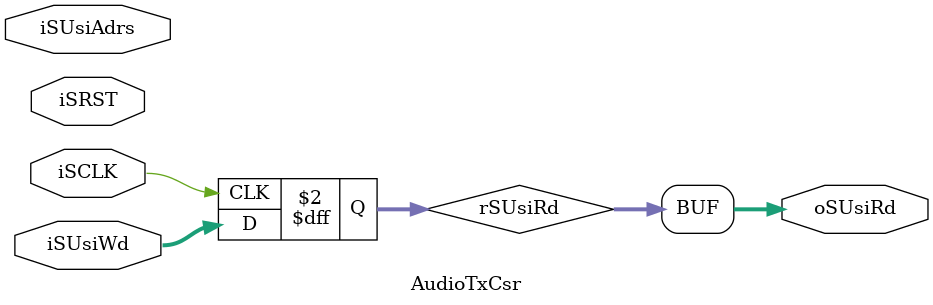
<source format=v>
/*-----------------------------------------------------------------------------
 * [Csr 規則]
 * 自動レジスタ更新は、上位モジュールからの input port とレジスタを接続する。
 * 上位モジュールへの output port は必ずレジスタ経由で出力する。
 *
 * 23-09-02 v1.00 : new release
 *-----------------------------------------------------------------------------*/
module AudioTxCsr #(
	parameter pBlockAdrsWidth 	= 8,
	parameter [pBlockAdrsWidth-1:0] pAdrsMap = 'h04,
	parameter pUsiBusWidth 		= 32,
	parameter pCsrAdrsWidth		= 8,
	parameter pCsrActiveWidth 	= 8,
	parameter p_non_variable 	= 0
)(
	// Bus Master Read
	output	[pUsiBusWidth-1:0] 	oSUsiRd,
	// Bus Master Write
	input	[pUsiBusWidth-1:0] 	iSUsiWd,
	input	[pUsiBusWidth-1:0] 	iSUsiAdrs,
	// Csr
	// CLK RST
	input 	iSRST,
	input 	iSCLK
);

//----------------------------------------------------------
// Csr Write
//----------------------------------------------------------

//----------------------------------------------------------
// Csr Read
//----------------------------------------------------------
reg [pUsiBusWidth-1:0] rSUsiRd;			assign oSUsiRd = rSUsiRd;

always @(posedge iSCLK)
begin
	// {{(32 - パラメータ名	){1'b0}}, レジスタ名} -> パラメータ可変に対応し 0 で埋められるように設定
	case (iSUsiAdrs[pCsrActiveWidth-1:0])
		default: rSUsiRd <= iSUsiWd;
	endcase
end

endmodule
</source>
